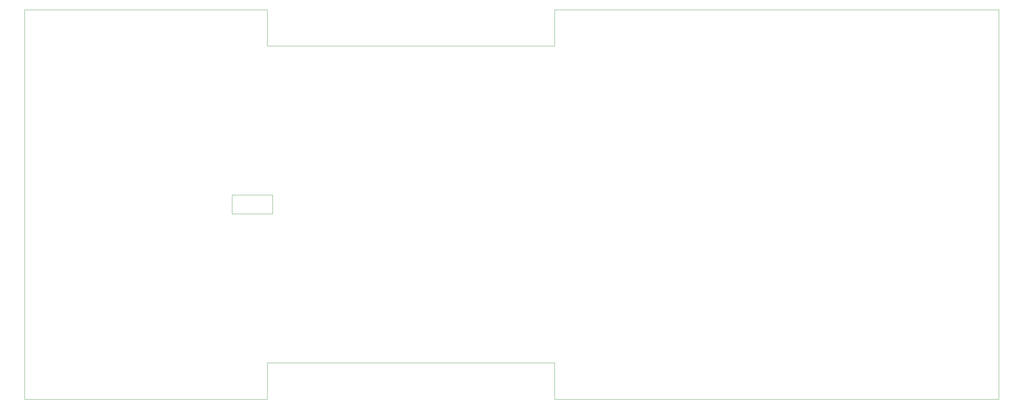
<source format=gbr>
G04 #@! TF.GenerationSoftware,KiCad,Pcbnew,(5.1.5)-3*
G04 #@! TF.CreationDate,2021-05-07T14:02:41+02:00*
G04 #@! TF.ProjectId,LeachAmp_kicad,4c656163-6841-46d7-905f-6b696361642e,rev?*
G04 #@! TF.SameCoordinates,Original*
G04 #@! TF.FileFunction,Profile,NP*
%FSLAX46Y46*%
G04 Gerber Fmt 4.6, Leading zero omitted, Abs format (unit mm)*
G04 Created by KiCad (PCBNEW (5.1.5)-3) date 2021-05-07 14:02:41*
%MOMM*%
%LPD*%
G04 APERTURE LIST*
%ADD10C,0.050000*%
G04 APERTURE END LIST*
D10*
X127459000Y-93980000D02*
X127459000Y-88900000D01*
X138381000Y-93980000D02*
X127459000Y-93980000D01*
X138381000Y-88900000D02*
X138381000Y-93980000D01*
X127459000Y-88900000D02*
X138381000Y-88900000D01*
X71579000Y-38989000D02*
X111203000Y-38989000D01*
X71579000Y-143891000D02*
X71579000Y-38989000D01*
X110441000Y-143891000D02*
X71579000Y-143891000D01*
X333961000Y-143891000D02*
X225884000Y-143891000D01*
X333961000Y-38989000D02*
X333961000Y-143891000D01*
X226773000Y-38989000D02*
X333961000Y-38989000D01*
X214327000Y-48768000D02*
X214327000Y-38989000D01*
X136984000Y-38989000D02*
X136984000Y-48768000D01*
X214327000Y-38989000D02*
X215216000Y-38989000D01*
X176481000Y-48768000D02*
X136984000Y-48768000D01*
X215216000Y-38989000D02*
X226773000Y-38989000D01*
X136984000Y-38989000D02*
X111203000Y-38989000D01*
X176481000Y-48768000D02*
X214327000Y-48768000D01*
X214327000Y-143891000D02*
X214327000Y-134112000D01*
X214327000Y-143891000D02*
X225884000Y-143891000D01*
X136984000Y-143891000D02*
X110441000Y-143891000D01*
X136984000Y-134112000D02*
X136984000Y-143891000D01*
X175592000Y-134112000D02*
X136984000Y-134112000D01*
X175592000Y-134112000D02*
X214327000Y-134112000D01*
M02*

</source>
